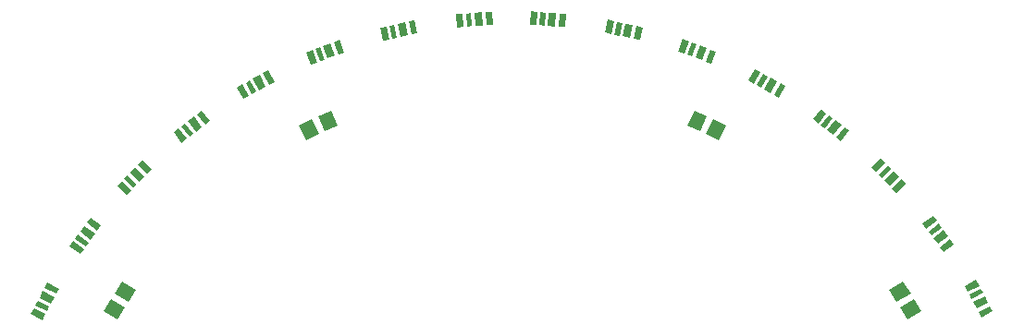
<source format=gtp>
G04 EAGLE Gerber RS-274X export*
G75*
%MOMM*%
%FSLAX34Y34*%
%LPD*%
%INStencil_Only_Top*%
%IPPOS*%
%AMOC8*
5,1,8,0,0,1.08239X$1,22.5*%
G01*
%ADD10R,1.200000X0.550000*%
%ADD11R,1.200000X0.700000*%
%ADD12R,1.200000X0.450000*%
%ADD13R,1.200000X0.600000*%
%ADD14R,1.300000X1.500000*%


D10*
G36*
X78541Y167634D02*
X67917Y173211D01*
X70473Y178080D01*
X81097Y172503D01*
X78541Y167634D01*
G37*
D11*
G36*
X73659Y158337D02*
X63035Y163915D01*
X66289Y170111D01*
X76913Y164533D01*
X73659Y158337D01*
G37*
D12*
G36*
X70173Y151696D02*
X59549Y157273D01*
X61641Y161258D01*
X72265Y155681D01*
X70173Y151696D01*
G37*
D13*
G36*
X65989Y143728D02*
X55366Y149305D01*
X58155Y154618D01*
X68778Y149041D01*
X65989Y143728D01*
G37*
D10*
G36*
X472415Y413992D02*
X471578Y425962D01*
X477063Y426346D01*
X477900Y414376D01*
X472415Y413992D01*
G37*
D11*
G36*
X461940Y413260D02*
X461102Y425230D01*
X468084Y425718D01*
X468922Y413748D01*
X461940Y413260D01*
G37*
D12*
G36*
X454459Y412737D02*
X453621Y424707D01*
X458109Y425021D01*
X458947Y413051D01*
X454459Y412737D01*
G37*
D13*
G36*
X445480Y412109D02*
X444643Y424079D01*
X450628Y424497D01*
X451465Y412527D01*
X445480Y412109D01*
G37*
D10*
G36*
X403639Y405499D02*
X401082Y417223D01*
X406455Y418395D01*
X409012Y406671D01*
X403639Y405499D01*
G37*
D11*
G36*
X393380Y403263D02*
X390824Y414986D01*
X397662Y416477D01*
X400218Y404754D01*
X393380Y403263D01*
G37*
D12*
G36*
X386052Y401665D02*
X383496Y413388D01*
X387892Y414347D01*
X390448Y402624D01*
X386052Y401665D01*
G37*
D13*
G36*
X377259Y399748D02*
X374702Y411472D01*
X380563Y412750D01*
X383120Y401026D01*
X377259Y399748D01*
G37*
D10*
G36*
X116191Y225733D02*
X106484Y232785D01*
X109717Y237235D01*
X119424Y230183D01*
X116191Y225733D01*
G37*
D11*
G36*
X110020Y217238D02*
X100313Y224291D01*
X104428Y229954D01*
X114135Y222901D01*
X110020Y217238D01*
G37*
D12*
G36*
X105611Y211171D02*
X95904Y218223D01*
X98549Y221863D01*
X108256Y214811D01*
X105611Y211171D01*
G37*
D13*
G36*
X100321Y203890D02*
X90614Y210942D01*
X94141Y215796D01*
X103848Y208744D01*
X100321Y203890D01*
G37*
D10*
G36*
X161923Y277819D02*
X153336Y286199D01*
X157177Y290135D01*
X165764Y281755D01*
X161923Y277819D01*
G37*
D11*
G36*
X154589Y270304D02*
X146002Y278684D01*
X150891Y283694D01*
X159478Y275314D01*
X154589Y270304D01*
G37*
D12*
G36*
X149351Y264936D02*
X140764Y273316D01*
X143907Y276536D01*
X152494Y268156D01*
X149351Y264936D01*
G37*
D13*
G36*
X143065Y258495D02*
X134478Y266875D01*
X138669Y271169D01*
X147256Y262789D01*
X143065Y258495D01*
G37*
D10*
G36*
X214728Y322612D02*
X207457Y332157D01*
X211832Y335490D01*
X219103Y325945D01*
X214728Y322612D01*
G37*
D11*
G36*
X206376Y316249D02*
X199105Y325793D01*
X204674Y330035D01*
X211945Y320491D01*
X206376Y316249D01*
G37*
D12*
G36*
X200410Y311704D02*
X193139Y321249D01*
X196718Y323976D01*
X203989Y314431D01*
X200410Y311704D01*
G37*
D13*
G36*
X193251Y306250D02*
X185980Y315794D01*
X190753Y319430D01*
X198024Y309886D01*
X193251Y306250D01*
G37*
D10*
G36*
X273426Y359411D02*
X267609Y369905D01*
X272420Y372571D01*
X278237Y362077D01*
X273426Y359411D01*
G37*
D11*
G36*
X264243Y354320D02*
X258425Y364814D01*
X264547Y368208D01*
X270365Y357714D01*
X264243Y354320D01*
G37*
D12*
G36*
X257682Y350684D02*
X251866Y361178D01*
X255802Y363360D01*
X261618Y352866D01*
X257682Y350684D01*
G37*
D13*
G36*
X249811Y346321D02*
X243995Y356816D01*
X249243Y359725D01*
X255059Y349230D01*
X249811Y346321D01*
G37*
D10*
G36*
X336815Y387211D02*
X332593Y398442D01*
X337741Y400377D01*
X341963Y389146D01*
X336815Y387211D01*
G37*
D11*
G36*
X326986Y383516D02*
X322764Y394747D01*
X329316Y397210D01*
X333538Y385979D01*
X326986Y383516D01*
G37*
D12*
G36*
X319965Y380877D02*
X315744Y392109D01*
X319957Y393693D01*
X324178Y382461D01*
X319965Y380877D01*
G37*
D13*
G36*
X311541Y377711D02*
X307319Y388942D01*
X312935Y391053D01*
X317157Y379822D01*
X311541Y377711D01*
G37*
D10*
G36*
X922592Y150811D02*
X933216Y156388D01*
X935772Y151519D01*
X925148Y145942D01*
X922592Y150811D01*
G37*
D11*
G36*
X917711Y160106D02*
X928335Y165684D01*
X931589Y159488D01*
X920965Y153910D01*
X917711Y160106D01*
G37*
D12*
G36*
X914224Y166749D02*
X924848Y172326D01*
X926940Y168341D01*
X916316Y162764D01*
X914224Y166749D01*
G37*
D13*
G36*
X910041Y174717D02*
X920664Y180294D01*
X923453Y174981D01*
X912830Y169404D01*
X910041Y174717D01*
G37*
D10*
G36*
X843647Y264220D02*
X852234Y272600D01*
X856075Y268664D01*
X847488Y260284D01*
X843647Y264220D01*
G37*
D11*
G36*
X836314Y271735D02*
X844901Y280115D01*
X849790Y275105D01*
X841203Y266725D01*
X836314Y271735D01*
G37*
D12*
G36*
X831076Y277103D02*
X839663Y285483D01*
X842806Y282263D01*
X834219Y273883D01*
X831076Y277103D01*
G37*
D13*
G36*
X824790Y283544D02*
X833377Y291924D01*
X837568Y287630D01*
X828981Y279250D01*
X824790Y283544D01*
G37*
D10*
G36*
X735491Y350199D02*
X741308Y360693D01*
X746119Y358027D01*
X740302Y347533D01*
X735491Y350199D01*
G37*
D11*
G36*
X726308Y355290D02*
X732126Y365784D01*
X738248Y362390D01*
X732430Y351896D01*
X726308Y355290D01*
G37*
D12*
G36*
X719749Y358926D02*
X725565Y369420D01*
X729501Y367238D01*
X723685Y356744D01*
X719749Y358926D01*
G37*
D13*
G36*
X711877Y363289D02*
X717693Y373784D01*
X722941Y370875D01*
X717125Y360380D01*
X711877Y363289D01*
G37*
D10*
G36*
X607226Y401452D02*
X609783Y413176D01*
X615156Y412004D01*
X612599Y400280D01*
X607226Y401452D01*
G37*
D11*
G36*
X596967Y403689D02*
X599523Y415412D01*
X606361Y413921D01*
X603805Y402198D01*
X596967Y403689D01*
G37*
D12*
G36*
X589639Y405287D02*
X592195Y417010D01*
X596591Y416051D01*
X594035Y404328D01*
X589639Y405287D01*
G37*
D13*
G36*
X580846Y407204D02*
X583403Y418928D01*
X589264Y417650D01*
X586707Y405926D01*
X580846Y407204D01*
G37*
D10*
G36*
X538841Y412667D02*
X539678Y424637D01*
X545163Y424253D01*
X544326Y412283D01*
X538841Y412667D01*
G37*
D11*
G36*
X528365Y413399D02*
X529203Y425369D01*
X536185Y424881D01*
X535347Y412911D01*
X528365Y413399D01*
G37*
D12*
G36*
X520884Y413923D02*
X521722Y425893D01*
X526210Y425579D01*
X525372Y413609D01*
X520884Y413923D01*
G37*
D13*
G36*
X511906Y414550D02*
X512743Y426520D01*
X518728Y426102D01*
X517891Y414132D01*
X511906Y414550D01*
G37*
D10*
G36*
X673271Y380526D02*
X677493Y391757D01*
X682641Y389822D01*
X678419Y378591D01*
X673271Y380526D01*
G37*
D11*
G36*
X663442Y384220D02*
X667664Y395451D01*
X674216Y392988D01*
X669994Y381757D01*
X663442Y384220D01*
G37*
D12*
G36*
X656422Y386859D02*
X660643Y398091D01*
X664856Y396507D01*
X660635Y385275D01*
X656422Y386859D01*
G37*
D13*
G36*
X647997Y390025D02*
X652219Y401256D01*
X657835Y399145D01*
X653613Y387914D01*
X647997Y390025D01*
G37*
D10*
G36*
X792686Y311098D02*
X799957Y320643D01*
X804332Y317310D01*
X797061Y307765D01*
X792686Y311098D01*
G37*
D11*
G36*
X784333Y317461D02*
X791604Y327005D01*
X797173Y322763D01*
X789902Y313219D01*
X784333Y317461D01*
G37*
D12*
G36*
X778367Y322006D02*
X785638Y331551D01*
X789217Y328824D01*
X781946Y319279D01*
X778367Y322006D01*
G37*
D13*
G36*
X771208Y327460D02*
X778479Y337004D01*
X783252Y333368D01*
X775981Y323824D01*
X771208Y327460D01*
G37*
D10*
G36*
X887276Y210362D02*
X896983Y217414D01*
X900216Y212964D01*
X890509Y205912D01*
X887276Y210362D01*
G37*
D11*
G36*
X881104Y218856D02*
X890811Y225909D01*
X894926Y220246D01*
X885219Y213193D01*
X881104Y218856D01*
G37*
D12*
G36*
X876696Y224924D02*
X886403Y231976D01*
X889048Y228336D01*
X879341Y221284D01*
X876696Y224924D01*
G37*
D13*
G36*
X871406Y232205D02*
X881113Y239257D01*
X884640Y234403D01*
X874933Y227351D01*
X871406Y232205D01*
G37*
D14*
G36*
X141293Y154798D02*
X134442Y143750D01*
X121695Y151654D01*
X128546Y162702D01*
X141293Y154798D01*
G37*
G36*
X151305Y170946D02*
X144454Y159898D01*
X131707Y167802D01*
X138558Y178850D01*
X151305Y170946D01*
G37*
G36*
X317978Y330266D02*
X329778Y335719D01*
X336070Y322104D01*
X324270Y316651D01*
X317978Y330266D01*
G37*
G36*
X300730Y322296D02*
X312530Y327749D01*
X318822Y314134D01*
X307022Y308681D01*
X300730Y322296D01*
G37*
G36*
X679770Y327749D02*
X691570Y322296D01*
X685278Y308681D01*
X673478Y314134D01*
X679770Y327749D01*
G37*
G36*
X662522Y335719D02*
X674322Y330266D01*
X668030Y316651D01*
X656230Y322104D01*
X662522Y335719D01*
G37*
G36*
X863754Y162702D02*
X870605Y151654D01*
X857858Y143750D01*
X851007Y154798D01*
X863754Y162702D01*
G37*
G36*
X853742Y178850D02*
X860593Y167802D01*
X847846Y159898D01*
X840995Y170946D01*
X853742Y178850D01*
G37*
M02*

</source>
